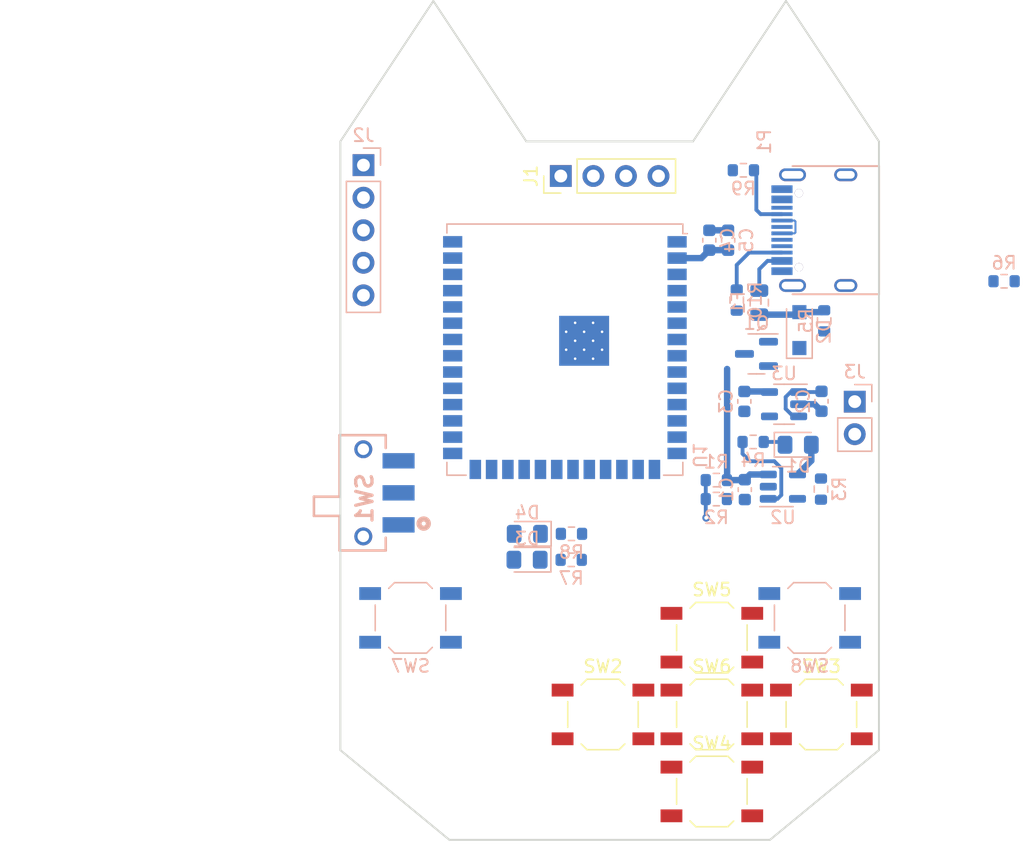
<source format=kicad_pcb>
(kicad_pcb (version 20211014) (generator pcbnew)
  (layers (0 "F.Cu" signal "Top") (31 "B.Cu" signal "Bottom") (34 "B.Paste" user) (35 "F.Paste" user) (36 "B.SilkS" user "B.Silkscreen") (37 "F.SilkS" user "F.Silkscreen") (38 "B.Mask" user) (39 "F.Mask" user) (44 "Edge.Cuts" user))
  (net 0 "")
  (net 1 "+BATT")
  (net 2 "GND")
  (net 3 "Net-(C2-Pad1)")
  (net 4 "+3V3")
  (net 5 "Net-(D1-Pad1)")
  (net 6 "VBUS")
  (net 7 "Net-(D2-Pad1)")
  (net 8 "Net-(D3-Pad1)")
  (net 9 "/LED2")
  (net 10 "Net-(D4-Pad1)")
  (net 11 "/LED1")
  (net 12 "Net-(F1-Pad1)")
  (net 14 "Net-(P1-PadA5)")
  (net 15 "/D-")
  (net 16 "/D+")
  (net 17 "Net-(P1-PadB5)")
  (net 18 "/B_ADC")
  (net 19 "Net-(R3-Pad1)")
  (net 20 "Net-(R4-Pad1)")
  (net 22 "/RIGHT")
  (net 23 "/LEFT")
  (net 24 "/DOWN")
  (net 25 "/UP")
  (net 26 "/SELECT")
  (net 27 "/RST")
  (net 28 "/BOOT")
  (net 30 "/SCL")
  (net 31 "/SDA")
  (net 32 "/TX")
  (net 33 "/RX")
  (net 34 "/D1")
  (footprint "Button_Switch_SMD:SW_SPST_TL3342" (layer "F.Cu") (at 66.98 91.715)
    (fp_text reference "SW2" (at 0 -3.75) (layer "F.SilkS"))
    (fp_text value "RIGHT")
    (fp_line (start -1.25 -2.75) (end 1.25 -2.75) (layer "F.SilkS") (width 0.12))
    (fp_line (start -1.7 -2.3) (end -1.25 -2.75) (layer "F.SilkS") (width 0.12))
    (fp_line (start -2.75 -1) (end -2.75 1) (layer "F.SilkS") (width 0.12))
    (fp_line (start 1.7 -2.3) (end 1.25 -2.75) (layer "F.SilkS") (width 0.12))
    (fp_line (start -1.7 2.3) (end -1.25 2.75) (layer "F.SilkS") (width 0.12))
    (fp_line (start 2.75 -1) (end 2.75 1) (layer "F.SilkS") (width 0.12))
    (fp_line (start -1.25 2.75) (end 1.25 2.75) (layer "F.SilkS") (width 0.12))
    (fp_line (start 1.7 2.3) (end 1.25 2.75) (layer "F.SilkS") (width 0.12))
    (pad "1" smd rect (at 3.15 -1.9) (size 1.7 1) (layers "F.Cu" "F.Paste" "F.Mask") (net 2 "GND"))
    (pad "1" smd rect (at -3.15 -1.9) (size 1.7 1) (layers "F.Cu" "F.Paste" "F.Mask") (net 2 "GND"))
    (pad "2" smd rect (at 3.15 1.9) (size 1.7 1) (layers "F.Cu" "F.Paste" "F.Mask") (net 22 "/RIGHT"))
    (pad "2" smd rect (at -3.15 1.9) (size 1.7 1) (layers "F.Cu" "F.Paste" "F.Mask") (net 22 "/RIGHT"))
  )
  (footprint "Connector_PinHeader_2.54mm:PinHeader_1x04_P2.54mm_Vertical" (layer "F.Cu") (at 63.69 49.7 90)
    (fp_text reference "J1" (at 0 -2.33 90) (layer "F.SilkS"))
    (fp_text value "OLED")
    (fp_line (start 1.33 1.27) (end 1.33 8.95) (layer "F.SilkS") (width 0.12))
    (fp_line (start -1.33 8.95) (end 1.33 8.95) (layer "F.SilkS") (width 0.12))
    (fp_line (start -1.33 1.27) (end 1.33 1.27) (layer "F.SilkS") (width 0.12))
    (fp_line (start -1.33 0) (end -1.33 -1.33) (layer "F.SilkS") (width 0.12))
    (fp_line (start -1.33 1.27) (end -1.33 8.95) (layer "F.SilkS") (width 0.12))
    (fp_line (start -1.33 -1.33) (end 0 -1.33) (layer "F.SilkS") (width 0.12))
    (pad "1" thru_hole rect (at 0 0 90) (size 1.7 1.7) (drill 1) (layers *.Cu *.Mask) (net 4 "+3V3"))
    (pad "2" thru_hole oval (at 0 2.54 90) (size 1.7 1.7) (drill 1) (layers *.Cu *.Mask) (net 2 "GND"))
    (pad "3" thru_hole oval (at 0 5.08 90) (size 1.7 1.7) (drill 1) (layers *.Cu *.Mask) (net 30 "/SCL"))
    (pad "4" thru_hole oval (at 0 7.62 90) (size 1.7 1.7) (drill 1) (layers *.Cu *.Mask) (net 31 "/SDA"))
  )
  (footprint "Button_Switch_SMD:SW_SPST_TL3342" (layer "F.Cu") (at 84.01 91.715)
    (fp_text reference "SW3" (at 0 -3.75) (layer "F.SilkS"))
    (fp_text value "LEFT")
    (fp_line (start 1.7 -2.3) (end 1.25 -2.75) (layer "F.SilkS") (width 0.12))
    (fp_line (start -1.25 2.75) (end 1.25 2.75) (layer "F.SilkS") (width 0.12))
    (fp_line (start -1.7 2.3) (end -1.25 2.75) (layer "F.SilkS") (width 0.12))
    (fp_line (start 1.7 2.3) (end 1.25 2.75) (layer "F.SilkS") (width 0.12))
    (fp_line (start -1.25 -2.75) (end 1.25 -2.75) (layer "F.SilkS") (width 0.12))
    (fp_line (start -2.75 -1) (end -2.75 1) (layer "F.SilkS") (width 0.12))
    (fp_line (start 2.75 -1) (end 2.75 1) (layer "F.SilkS") (width 0.12))
    (fp_line (start -1.7 -2.3) (end -1.25 -2.75) (layer "F.SilkS") (width 0.12))
    (pad "1" smd rect (at 3.15 -1.9) (size 1.7 1) (layers "F.Cu" "F.Paste" "F.Mask") (net 2 "GND"))
    (pad "1" smd rect (at -3.15 -1.9) (size 1.7 1) (layers "F.Cu" "F.Paste" "F.Mask") (net 2 "GND"))
    (pad "2" smd rect (at 3.15 1.9) (size 1.7 1) (layers "F.Cu" "F.Paste" "F.Mask") (net 23 "/LEFT"))
    (pad "2" smd rect (at -3.15 1.9) (size 1.7 1) (layers "F.Cu" "F.Paste" "F.Mask") (net 23 "/LEFT"))
  )
  (footprint "Button_Switch_SMD:SW_SPST_TL3342" (layer "F.Cu") (at 75.47 85.725)
    (fp_text reference "SW5" (at 0 -3.75) (layer "F.SilkS"))
    (fp_text value "UP")
    (fp_line (start 1.7 2.3) (end 1.25 2.75) (layer "F.SilkS") (width 0.12))
    (fp_line (start 1.7 -2.3) (end 1.25 -2.75) (layer "F.SilkS") (width 0.12))
    (fp_line (start -1.7 2.3) (end -1.25 2.75) (layer "F.SilkS") (width 0.12))
    (fp_line (start 2.75 -1) (end 2.75 1) (layer "F.SilkS") (width 0.12))
    (fp_line (start -1.25 2.75) (end 1.25 2.75) (layer "F.SilkS") (width 0.12))
    (fp_line (start -2.75 -1) (end -2.75 1) (layer "F.SilkS") (width 0.12))
    (fp_line (start -1.25 -2.75) (end 1.25 -2.75) (layer "F.SilkS") (width 0.12))
    (fp_line (start -1.7 -2.3) (end -1.25 -2.75) (layer "F.SilkS") (width 0.12))
    (pad "1" smd rect (at 3.15 -1.9) (size 1.7 1) (layers "F.Cu" "F.Paste" "F.Mask") (net 2 "GND"))
    (pad "1" smd rect (at -3.15 -1.9) (size 1.7 1) (layers "F.Cu" "F.Paste" "F.Mask") (net 2 "GND"))
    (pad "2" smd rect (at -3.15 1.9) (size 1.7 1) (layers "F.Cu" "F.Paste" "F.Mask") (net 25 "/UP"))
    (pad "2" smd rect (at 3.15 1.9) (size 1.7 1) (layers "F.Cu" "F.Paste" "F.Mask") (net 25 "/UP"))
  )
  (footprint "Button_Switch_SMD:SW_SPST_TL3342" (layer "F.Cu") (at 75.47 97.725)
    (fp_text reference "SW4" (at 0 -3.75) (layer "F.SilkS"))
    (fp_text value "DOWN")
    (fp_line (start -1.7 -2.3) (end -1.25 -2.75) (layer "F.SilkS") (width 0.12))
    (fp_line (start -1.25 2.75) (end 1.25 2.75) (layer "F.SilkS") (width 0.12))
    (fp_line (start -1.7 2.3) (end -1.25 2.75) (layer "F.SilkS") (width 0.12))
    (fp_line (start 2.75 -1) (end 2.75 1) (layer "F.SilkS") (width 0.12))
    (fp_line (start 1.7 2.3) (end 1.25 2.75) (layer "F.SilkS") (width 0.12))
    (fp_line (start 1.7 -2.3) (end 1.25 -2.75) (layer "F.SilkS") (width 0.12))
    (fp_line (start -1.25 -2.75) (end 1.25 -2.75) (layer "F.SilkS") (width 0.12))
    (fp_line (start -2.75 -1) (end -2.75 1) (layer "F.SilkS") (width 0.12))
    (pad "1" smd rect (at -3.15 -1.9) (size 1.7 1) (layers "F.Cu" "F.Paste" "F.Mask") (net 2 "GND"))
    (pad "1" smd rect (at 3.15 -1.9) (size 1.7 1) (layers "F.Cu" "F.Paste" "F.Mask") (net 2 "GND"))
    (pad "2" smd rect (at 3.15 1.9) (size 1.7 1) (layers "F.Cu" "F.Paste" "F.Mask") (net 24 "/DOWN"))
    (pad "2" smd rect (at -3.15 1.9) (size 1.7 1) (layers "F.Cu" "F.Paste" "F.Mask") (net 24 "/DOWN"))
  )
  (footprint "Button_Switch_SMD:SW_SPST_TL3342" (layer "F.Cu") (at 75.47 91.715)
    (fp_text reference "SW6" (at 0 -3.75) (layer "F.SilkS"))
    (fp_text value "OK")
    (fp_line (start -1.7 2.3) (end -1.25 2.75) (layer "F.SilkS") (width 0.12))
    (fp_line (start -2.75 -1) (end -2.75 1) (layer "F.SilkS") (width 0.12))
    (fp_line (start 1.7 2.3) (end 1.25 2.75) (layer "F.SilkS") (width 0.12))
    (fp_line (start -1.7 -2.3) (end -1.25 -2.75) (layer "F.SilkS") (width 0.12))
    (fp_line (start 1.7 -2.3) (end 1.25 -2.75) (layer "F.SilkS") (width 0.12))
    (fp_line (start -1.25 2.75) (end 1.25 2.75) (layer "F.SilkS") (width 0.12))
    (fp_line (start 2.75 -1) (end 2.75 1) (layer "F.SilkS") (width 0.12))
    (fp_line (start -1.25 -2.75) (end 1.25 -2.75) (layer "F.SilkS") (width 0.12))
    (pad "1" smd rect (at -3.15 -1.9) (size 1.7 1) (layers "F.Cu" "F.Paste" "F.Mask") (net 2 "GND"))
    (pad "1" smd rect (at 3.15 -1.9) (size 1.7 1) (layers "F.Cu" "F.Paste" "F.Mask") (net 2 "GND"))
    (pad "2" smd rect (at -3.15 1.9) (size 1.7 1) (layers "F.Cu" "F.Paste" "F.Mask") (net 26 "/SELECT"))
    (pad "2" smd rect (at 3.15 1.9) (size 1.7 1) (layers "F.Cu" "F.Paste" "F.Mask") (net 26 "/SELECT"))
  )
  (footprint "Fuse:Fuse_0805_2012Metric" (layer "B.Cu") (at 79.17 59.58 -90)
    (fp_text reference "F1" (at 0 1.65 90) (layer "B.SilkS") (effects (justify mirror)))
    (fp_text value "0.5A")
    (fp_line (start -0.258578 0.71) (end 0.258578 0.71) (layer "B.SilkS") (width 0.12))
    (fp_line (start -0.258578 -0.71) (end 0.258578 -0.71) (layer "B.SilkS") (width 0.12))
    (pad "1" smd roundrect (at -0.9375 0 270) (size 0.975 1.4) (layers "B.Cu" "B.Paste" "B.Mask") (net 12 "Net-(F1-Pad1)"))
    (pad "2" smd roundrect (at 0.9375 0 270) (size 0.975 1.4) (layers "B.Cu" "B.Paste" "B.Mask") (net 6 "VBUS"))
  )
  (footprint "Resistor_SMD:R_0603_1608Metric" (layer "B.Cu") (at 83.98 74.13 90)
    (fp_text reference "R3" (at 0 1.43 90) (layer "B.SilkS") (effects (justify mirror)))
    (fp_text value "4K7")
    (fp_line (start -0.237258 -0.5225) (end 0.237258 -0.5225) (layer "B.SilkS") (width 0.12))
    (fp_line (start -0.237258 0.5225) (end 0.237258 0.5225) (layer "B.SilkS") (width 0.12))
    (pad "1" smd roundrect (at -0.825 0 90) (size 0.8 0.95) (layers "B.Cu" "B.Paste" "B.Mask") (net 19 "Net-(R3-Pad1)"))
    (pad "2" smd roundrect (at 0.825 0 90) (size 0.8 0.95) (layers "B.Cu" "B.Paste" "B.Mask") (net 2 "GND"))
  )
  (footprint "Connectors:C393939" (layer "B.Cu") (at 81.7625 53.925 -90)
    (fp_text reference "P1" (at -6.9 2.2 90) (layer "B.SilkS") (effects (justify mirror)))
    (fp_text value "USB_C_Plug_USB2.0")
    (fp_line (start -5 0) (end -5 -6.75) (layer "B.SilkS") (width 0.15))
    (fp_line (start 5 -6.75) (end 5 0) (layer "B.SilkS") (width 0.15))
    (fp_line (start -5 -6.75) (end 5 -6.75) (layer "B.SilkS") (width 0.15))
    (pad "" thru_hole circle locked (at -2.89 -0.5 270) (size 0.65 0.65) (drill 0.65) (layers *.Cu *.Mask))
    (pad "" thru_hole circle locked (at 2.89 -0.5 270) (size 0.65 0.65) (drill 0.65) (layers *.Cu *.Mask))
    (pad "A1" smd rect locked (at 3.2 0.825 270) (size 0.6 1.65) (layers "B.Cu" "B.Paste" "B.Mask") (net 2 "GND"))
    (pad "A1" smd rect locked (at -3.2 0.825 270) (size 0.6 1.65) (layers "B.Cu" "B.Paste" "B.Mask") (net 2 "GND"))
    (pad "A4" smd rect locked (at -2.4 0.825 270) (size 0.6 1.65) (layers "B.Cu" "B.Paste" "B.Mask") (net 12 "Net-(F1-Pad1)"))
    (pad "A4" smd rect locked (at 2.4 0.825 270) (size 0.6 1.65) (layers "B.Cu" "B.Paste" "B.Mask") (net 12 "Net-(F1-Pad1)"))
    (pad "A5" smd rect locked (at -1.25 0.825 270) (size 0.3 1.65) (layers "B.Cu" "B.Paste" "B.Mask") (net 14 "Net-(P1-PadA5)"))
    (pad "A6" smd rect locked (at -0.25 0.825 270) (size 0.3 1.65) (layers "B.Cu" "B.Paste" "B.Mask") (net 16 "/D+"))
    (pad "A6" smd rect locked (at 0.75 0.825 270) (size 0.3 1.65) (layers "B.Cu" "B.Paste" "B.Mask") (net 16 "/D+"))
    (pad "A7" smd rect locked (at 0.25 0.825 270) (size 0.3 1.65) (layers "B.Cu" "B.Paste" "B.Mask") (net 15 "/D-"))
    (pad "A7" smd rect locked (at -0.75 0.825 270) (size 0.3 1.65) (layers "B.Cu" "B.Paste" "B.Mask") (net 15 "/D-"))
    (pad "A8" smd rect locked (at -1.75 0.825 270) (size 0.3 1.65) (layers "B.Cu" "B.Paste" "B.Mask"))
    (pad "B5" smd rect locked (at 1.75 0.825 270) (size 0.3 1.65) (layers "B.Cu" "B.Paste" "B.Mask") (net 17 "Net-(P1-PadB5)"))
    (pad "B8" smd rect locked (at 1.25 0.825 270) (size 0.3 1.65) (layers "B.Cu" "B.Paste" "B.Mask"))
    (pad "S1" thru_hole oval locked (at 4.32 0 270) (size 1 2.1) (drill oval 0.6 1.7) (layers *.Cu *.Mask))
    (pad "S1" thru_hole oval locked (at -4.32 -4.15 270) (size 1 1.8) (drill oval 0.6 1.4) (layers *.Cu *.Mask))
    (pad "S1" thru_hole oval locked (at -4.32 0 270) (size 1 2.1) (drill oval 0.6 1.7) (layers *.Cu *.Mask))
    (pad "S1" thru_hole oval locked (at 4.32 -4.15 270) (size 1 1.8) (drill oval 0.6 1.4) (layers *.Cu *.Mask))
  )
  (footprint "Package_TO_SOT_SMD:SOT-23-5" (layer "B.Cu") (at 81.01 73.94)
    (fp_text reference "U2" (at 0 2.4) (layer "B.SilkS") (effects (justify mirror)))
    (fp_text value "MCP73831-3-OT")
    (fp_line (start 0 -1.56) (end -0.8 -1.56) (layer "B.SilkS") (width 0.12))
    (fp_line (start 0 -1.56) (end 0.8 -1.56) (layer "B.SilkS") (width 0.12))
    (fp_line (start 0 1.56) (end 0.8 1.56) (layer "B.SilkS") (width 0.12))
    (fp_line (start 0 1.56) (end -1.8 1.56) (layer "B.SilkS") (width 0.12))
    (pad "1" smd roundrect (at -1.1375 0.95) (size 1.325 0.6) (layers "B.Cu" "B.Paste" "B.Mask") (net 20 "Net-(R4-Pad1)"))
    (pad "2" smd roundrect (at -1.1375 0) (size 1.325 0.6) (layers "B.Cu" "B.Paste" "B.Mask") (net 2 "GND"))
    (pad "3" smd roundrect (at -1.1375 -0.95) (size 1.325 0.6) (layers "B.Cu" "B.Paste" "B.Mask") (net 1 "+BATT"))
    (pad "4" smd roundrect (at 1.1375 -0.95) (size 1.325 0.6) (layers "B.Cu" "B.Paste" "B.Mask") (net 6 "VBUS"))
    (pad "5" smd roundrect (at 1.1375 0.95) (size 1.325 0.6) (layers "B.Cu" "B.Paste" "B.Mask") (net 19 "Net-(R3-Pad1)"))
  )
  (footprint "Diode_SMD:D_SOD-123F" (layer "B.Cu") (at 82.296 61.722 90)
    (fp_text reference "D2" (at -0.127 1.905 90) (layer "B.SilkS") (effects (justify mirror)))
    (fp_text value "MBR120")
    (fp_line (start -2.2 1) (end -2.2 -1) (layer "B.SilkS") (width 0.12))
    (fp_line (start -2.2 -1) (end 1.65 -1) (layer "B.SilkS") (width 0.12))
    (fp_line (start -2.2 1) (end 1.65 1) (layer "B.SilkS") (width 0.12))
    (pad "1" smd rect (at -1.4 0 90) (size 1.1 1.1) (layers "B.Cu" "B.Paste" "B.Mask") (net 7 "Net-(D2-Pad1)"))
    (pad "2" smd rect (at 1.4 0 90) (size 1.1 1.1) (layers "B.Cu" "B.Paste" "B.Mask") (net 6 "VBUS"))
  )
  (footprint "Capacitor_SMD:C_0603_1608Metric" (layer "B.Cu") (at 78.04 74.17 -90)
    (fp_text reference "C1" (at 0 1.43 90) (layer "B.SilkS") (effects (justify mirror)))
    (fp_text value "10uF")
    (fp_line (start -0.14058 0.51) (end 0.14058 0.51) (layer "B.SilkS") (width 0.12))
    (fp_line (start -0.14058 -0.51) (end 0.14058 -0.51) (layer "B.SilkS") (width 0.12))
    (pad "1" smd roundrect (at -0.775 0 270) (size 0.9 0.95) (layers "B.Cu" "B.Paste" "B.Mask") (net 1 "+BATT"))
    (pad "2" smd roundrect (at 0.775 0 270) (size 0.9 0.95) (layers "B.Cu" "B.Paste" "B.Mask") (net 2 "GND"))
  )
  (footprint "Resistor_SMD:R_0603_1608Metric" (layer "B.Cu") (at 98.26 57.91 180)
    (fp_text reference "R6" (at 0 1.43) (layer "B.SilkS") (effects (justify mirror)))
    (fp_text value "10K")
    (fp_line (start -0.237258 -0.5225) (end 0.237258 -0.5225) (layer "B.SilkS") (width 0.12))
    (fp_line (start -0.237258 0.5225) (end 0.237258 0.5225) (layer "B.SilkS") (width 0.12))
    (pad "1" smd roundrect (at -0.825 0 180) (size 0.8 0.95) (layers "B.Cu" "B.Paste" "B.Mask") (net 4 "+3V3"))
    (pad "2" smd roundrect (at 0.825 0 180) (size 0.8 0.95) (layers "B.Cu" "B.Paste" "B.Mask"))
  )
  (footprint "LED_SMD:LED_0805_2012Metric_Pad1.15x1.40mm_HandSolder" (layer "B.Cu") (at 82.2025 70.67)
    (fp_text reference "D1" (at 0 1.65) (layer "B.SilkS") (effects (justify mirror)))
    (fp_text value "LED")
    (fp_line (start -1.86 -0.96) (end 1 -0.96) (layer "B.SilkS") (width 0.12))
    (fp_line (start -1.86 0.96) (end -1.86 -0.96) (layer "B.SilkS") (width 0.12))
    (fp_line (start 1 0.96) (end -1.86 0.96) (layer "B.SilkS") (width 0.12))
    (pad "1" smd roundrect (at -1.025 0) (size 1.15 1.4) (layers "B.Cu" "B.Paste" "B.Mask") (roundrect_rratio 0.217391) (net 5 "Net-(D1-Pad1)"))
    (pad "2" smd roundrect (at 1.025 0) (size 1.15 1.4) (layers "B.Cu" "B.Paste" "B.Mask") (roundrect_rratio 0.217391) (net 6 "VBUS"))
  )
  (footprint "Resistor_SMD:R_0603_1608Metric" (layer "B.Cu") (at 64.5025 79.65)
    (fp_text reference "R7" (at 0 1.43) (layer "B.SilkS") (effects (justify mirror)))
    (fp_text value "1K")
    (fp_line (start -0.237258 0.5225) (end 0.237258 0.5225) (layer "B.SilkS") (width 0.12))
    (fp_line (start -0.237258 -0.5225) (end 0.237258 -0.5225) (layer "B.SilkS") (width 0.12))
    (pad "1" smd roundrect (at -0.825 0) (size 0.8 0.95) (layers "B.Cu" "B.Paste" "B.Mask") (net 8 "Net-(D3-Pad1)"))
    (pad "2" smd roundrect (at 0.825 0) (size 0.8 0.95) (layers "B.Cu" "B.Paste" "B.Mask") (net 2 "GND"))
  )
  (footprint "Resistor_SMD:R_0603_1608Metric" (layer "B.Cu") (at 77.41 59.38 90)
    (fp_text reference "R10" (at 0 1.43 90) (layer "B.SilkS") (effects (justify mirror)))
    (fp_text value "5k1")
    (fp_line (start -0.237258 -0.5225) (end 0.237258 -0.5225) (layer "B.SilkS") (width 0.12))
    (fp_line (start -0.237258 0.5225) (end 0.237258 0.5225) (layer "B.SilkS") (width 0.12))
    (pad "1" smd roundrect (at -0.825 0 90) (size 0.8 0.95) (layers "B.Cu" "B.Paste" "B.Mask") (net 2 "GND"))
    (pad "2" smd roundrect (at 0.825 0 90) (size 0.8 0.95) (layers "B.Cu" "B.Paste" "B.Mask") (net 17 "Net-(P1-PadB5)"))
  )
  (footprint "Capacitor_SMD:C_0603_1608Metric" (layer "B.Cu") (at 76.74 54.71 90)
    (fp_text reference "C5" (at 0 1.43 90) (layer "B.SilkS") (effects (justify mirror)))
    (fp_text value "100nF")
    (fp_line (start -0.14058 -0.51) (end 0.14058 -0.51) (layer "B.SilkS") (width 0.12))
    (fp_line (start -0.14058 0.51) (end 0.14058 0.51) (layer "B.SilkS") (width 0.12))
    (pad "1" smd roundrect (at -0.775 0 90) (size 0.9 0.95) (layers "B.Cu" "B.Paste" "B.Mask") (net 4 "+3V3"))
    (pad "2" smd roundrect (at 0.775 0 90) (size 0.9 0.95) (layers "B.Cu" "B.Paste" "B.Mask") (net 2 "GND"))
  )
  (footprint "Resistor_SMD:R_0603_1608Metric" (layer "B.Cu") (at 84.23 61 -90)
    (fp_text reference "R5" (at 0 1.43 90) (layer "B.SilkS") (effects (justify mirror)))
    (fp_text value "100K")
    (fp_line (start -0.237258 0.5225) (end 0.237258 0.5225) (layer "B.SilkS") (width 0.12))
    (fp_line (start -0.237258 -0.5225) (end 0.237258 -0.5225) (layer "B.SilkS") (width 0.12))
    (pad "1" smd roundrect (at -0.825 0 270) (size 0.8 0.95) (layers "B.Cu" "B.Paste" "B.Mask") (net 6 "VBUS"))
    (pad "2" smd roundrect (at 0.825 0 270) (size 0.8 0.95) (layers "B.Cu" "B.Paste" "B.Mask") (net 2 "GND"))
  )
  (footprint "Capacitor_SMD:C_0603_1608Metric" (layer "B.Cu") (at 75.27 54.71 90)
    (fp_text reference "C4" (at 0 1.43 90) (layer "B.SilkS") (effects (justify mirror)))
    (fp_text value "22uF")
    (fp_line (start -0.14058 -0.51) (end 0.14058 -0.51) (layer "B.SilkS") (width 0.12))
    (fp_line (start -0.14058 0.51) (end 0.14058 0.51) (layer "B.SilkS") (width 0.12))
    (pad "1" smd roundrect (at -0.775 0 90) (size 0.9 0.95) (layers "B.Cu" "B.Paste" "B.Mask") (net 4 "+3V3"))
    (pad "2" smd roundrect (at 0.775 0 90) (size 0.9 0.95) (layers "B.Cu" "B.Paste" "B.Mask") (net 2 "GND"))
  )
  (footprint "Package_TO_SOT_SMD:SOT-23-5" (layer "B.Cu") (at 81.1025 67.5075 180)
    (fp_text reference "U3" (at 0 2.4) (layer "B.SilkS") (effects (justify mirror)))
    (fp_text value "AP2112K-3.3")
    (fp_line (start 0 -1.56) (end -0.8 -1.56) (layer "B.SilkS") (width 0.12))
    (fp_line (start 0 1.56) (end -1.8 1.56) (layer "B.SilkS") (width 0.12))
    (fp_line (start 0 1.56) (end 0.8 1.56) (layer "B.SilkS") (width 0.12))
    (fp_line (start 0 -1.56) (end 0.8 -1.56) (layer "B.SilkS") (width 0.12))
    (pad "1" smd roundrect (at -1.1375 0.95 180) (size 1.325 0.6) (layers "B.Cu" "B.Paste" "B.Mask") (net 3 "Net-(C2-Pad1)"))
    (pad "2" smd roundrect (at -1.1375 0 180) (size 1.325 0.6) (layers "B.Cu" "B.Paste" "B.Mask") (net 2 "GND"))
    (pad "3" smd roundrect (at -1.1375 -0.95 180) (size 1.325 0.6) (layers "B.Cu" "B.Paste" "B.Mask") (net 3 "Net-(C2-Pad1)"))
    (pad "4" smd roundrect (at 1.1375 -0.95 180) (size 1.325 0.6) (layers "B.Cu" "B.Paste" "B.Mask"))
    (pad "5" smd roundrect (at 1.1375 0.95 180) (size 1.325 0.6) (layers "B.Cu" "B.Paste" "B.Mask") (net 4 "+3V3"))
  )
  (footprint "Button_Switch_SMD:SW_SPST_TL3342" (layer "B.Cu") (at 83.1 84.18)
    (fp_text reference "SW8" (at 0 3.75) (layer "B.SilkS") (effects (justify mirror)))
    (fp_text value "GPIO")
    (fp_line (start -2.75 1) (end -2.75 -1) (layer "B.SilkS") (width 0.12))
    (fp_line (start 1.7 2.3) (end 1.25 2.75) (layer "B.SilkS") (width 0.12))
    (fp_line (start -1.7 -2.3) (end -1.25 -2.75) (layer "B.SilkS") (width 0.12))
    (fp_line (start 2.75 1) (end 2.75 -1) (layer "B.SilkS") (width 0.12))
    (fp_line (start -1.25 -2.75) (end 1.25 -2.75) (layer "B.SilkS") (width 0.12))
    (fp_line (start -1.25 2.75) (end 1.25 2.75) (layer "B.SilkS") (width 0.12))
    (fp_line (start -1.7 2.3) (end -1.25 2.75) (layer "B.SilkS") (width 0.12))
    (fp_line (start 1.7 -2.3) (end 1.25 -2.75) (layer "B.SilkS") (width 0.12))
    (pad "1" smd rect (at 3.15 1.9) (size 1.7 1) (layers "B.Cu" "B.Paste" "B.Mask") (net 2 "GND"))
    (pad "1" smd rect (at -3.15 1.9) (size 1.7 1) (layers "B.Cu" "B.Paste" "B.Mask") (net 2 "GND"))
    (pad "2" smd rect (at -3.15 -1.9) (size 1.7 1) (layers "B.Cu" "B.Paste" "B.Mask") (net 28 "/BOOT"))
    (pad "2" smd rect (at 3.15 -1.9) (size 1.7 1) (layers "B.Cu" "B.Paste" "B.Mask") (net 28 "/BOOT"))
  )
  (footprint "Resistor_SMD:R_0603_1608Metric" (layer "B.Cu") (at 75.82 73.43 180)
    (fp_text reference "R1" (at 0 1.43) (layer "B.SilkS") (effects (justify mirror)))
    (fp_text value "100K")
    (fp_line (start -0.237258 0.5225) (end 0.237258 0.5225) (layer "B.SilkS") (width 0.12))
    (fp_line (start -0.237258 -0.5225) (end 0.237258 -0.5225) (layer "B.SilkS") (width 0.12))
    (pad "1" smd roundrect (at -0.825 0 180) (size 0.8 0.95) (layers "B.Cu" "B.Paste" "B.Mask") (net 1 "+BATT"))
    (pad "2" smd roundrect (at 0.825 0 180) (size 0.8 0.95) (layers "B.Cu" "B.Paste" "B.Mask") (net 18 "/B_ADC"))
  )
  (footprint "Capacitor_SMD:C_0603_1608Metric" (layer "B.Cu") (at 78.0025 67.2875 -90)
    (fp_text reference "C3" (at 0 1.43 90) (layer "B.SilkS") (effects (justify mirror)))
    (fp_text value "10uF")
    (fp_line (start -0.14058 -0.51) (end 0.14058 -0.51) (layer "B.SilkS") (width 0.12))
    (fp_line (start -0.14058 0.51) (end 0.14058 0.51) (layer "B.SilkS") (width 0.12))
    (pad "1" smd roundrect (at -0.775 0 270) (size 0.9 0.95) (layers "B.Cu" "B.Paste" "B.Mask") (net 4 "+3V3"))
    (pad "2" smd roundrect (at 0.775 0 270) (size 0.9 0.95) (layers "B.Cu" "B.Paste" "B.Mask") (net 2 "GND"))
  )
  (footprint "Resistor_SMD:R_0603_1608Metric" (layer "B.Cu") (at 75.82 74.91)
    (fp_text reference "R2" (at 0 1.43) (layer "B.SilkS") (effects (justify mirror)))
    (fp_text value "100K")
    (fp_line (start -0.237258 0.5225) (end 0.237258 0.5225) (layer "B.SilkS") (width 0.12))
    (fp_line (start -0.237258 -0.5225) (end 0.237258 -0.5225) (layer "B.SilkS") (width 0.12))
    (pad "1" smd roundrect (at -0.825 0) (size 0.8 0.95) (layers "B.Cu" "B.Paste" "B.Mask") (net 18 "/B_ADC"))
    (pad "2" smd roundrect (at 0.825 0) (size 0.8 0.95) (layers "B.Cu" "B.Paste" "B.Mask") (net 2 "GND"))
  )
  (footprint "LED_SMD:LED_0805_2012Metric_Pad1.15x1.40mm_HandSolder" (layer "B.Cu") (at 61.0775 77.62 180)
    (fp_text reference "D4" (at 0 1.65) (layer "B.SilkS") (effects (justify mirror)))
    (fp_text value "LED")
    (fp_line (start 1 0.96) (end -1.86 0.96) (layer "B.SilkS") (width 0.12))
    (fp_line (start -1.86 0.96) (end -1.86 -0.96) (layer "B.SilkS") (width 0.12))
    (fp_line (start -1.86 -0.96) (end 1 -0.96) (layer "B.SilkS") (width 0.12))
    (pad "1" smd roundrect (at -1.025 0 180) (size 1.15 1.4) (layers "B.Cu" "B.Paste" "B.Mask") (roundrect_rratio 0.217391) (net 10 "Net-(D4-Pad1)"))
    (pad "2" smd roundrect (at 1.025 0 180) (size 1.15 1.4) (layers "B.Cu" "B.Paste" "B.Mask") (roundrect_rratio 0.217391) (net 11 "/LED1"))
  )
  (footprint "RF_Module:ESP32-S3-WROOM-1U" (layer "B.Cu") (at 64.008 63.246 180)
    (fp_text reference "U1" (at -10.5 -8.25 270 unlocked) (layer "B.SilkS") (effects (justify mirror)))
    (fp_text value "ESP32-S3-WROOM-1U-N16")
    (fp_line (start 9.2 -9.8) (end 7.7 -9.8) (layer "B.SilkS") (width 0.12))
    (fp_line (start 9.2 -9.8) (end 9.2 -8.8) (layer "B.SilkS") (width 0.12))
    (fp_line (start -9.2 9.05) (end -9.55 9.05) (layer "B.SilkS") (width 0.12))
    (fp_line (start 9.2 9.8) (end 9.2 9.1) (layer "B.SilkS") (width 0.12))
    (fp_line (start -9.2 9.8) (end 9.2 9.8) (layer "B.SilkS") (width 0.12))
    (fp_line (start -9.2 9.05) (end -9.2 9.8) (layer "B.SilkS") (width 0.12))
    (fp_line (start -9.2 -8.8) (end -9.2 -9.8) (layer "B.SilkS") (width 0.12))
    (fp_line (start -9.2 -9.8) (end -7.7 -9.8) (layer "B.SilkS") (width 0.12))
    (pad "1" smd rect (at -8.75 8.41 180) (size 1.5 0.9) (layers "B.Cu" "B.Paste" "B.Mask") (net 2 "GND"))
    (pad "2" smd rect (at -8.75 7.14 180) (size 1.5 0.9) (layers "B.Cu" "B.Paste" "B.Mask") (net 4 "+3V3"))
    (pad "3" smd rect (at -8.75 5.87 180) (size 1.5 0.9) (layers "B.Cu" "B.Paste" "B.Mask") (net 27 "/RST"))
    (pad "4" smd rect (at -8.75 4.6 180) (size 1.5 0.9) (layers "B.Cu" "B.Paste" "B.Mask") (net 30 "/SCL"))
    (pad "5" smd rect (at -8.75 3.33 180) (size 1.5 0.9) (layers "B.Cu" "B.Paste" "B.Mask") (net 25 "/UP"))
    (pad "6" smd rect (at -8.75 2.06 180) (size 1.5 0.9) (layers "B.Cu" "B.Paste" "B.Mask") (net 24 "/DOWN"))
    (pad "7" smd rect (at -8.75 0.79 180) (size 1.5 0.9) (layers "B.Cu" "B.Paste" "B.Mask"))
    (pad "8" smd rect (at -8.75 -0.48 180) (size 1.5 0.9) (layers "B.Cu" "B.Paste" "B.Mask"))
    (pad "9" smd rect (at -8.75 -1.75 180) (size 1.5 0.9) (layers "B.Cu" "B.Paste" "B.Mask"))
    (pad "10" smd rect (at -8.75 -3.02 180) (size 1.5 0.9) (layers "B.Cu" "B.Paste" "B.Mask") (net 18 "/B_ADC"))
    (pad "11" smd rect (at -8.75 -4.29 180) (size 1.5 0.9) (layers "B.Cu" "B.Paste" "B.Mask"))
    (pad "12" smd rect (at -8.75 -5.56 180) (size 1.5 0.9) (layers "B.Cu" "B.Paste" "B.Mask"))
    (pad "13" smd rect (at -8.75 -6.83 180) (size 1.5 0.9) (layers "B.Cu" "B.Paste" "B.Mask") (net 15 "/D-"))
    (pad "14" smd rect (at -8.75 -8.1) (size 1.5 0.9) (layers "B.Cu" "B.Paste" "B.Mask") (net 16 "/D+"))
    (pad "15" smd rect (at -6.985 -9.35 270) (size 1.5 0.9) (layers "B.Cu" "B.Paste" "B.Mask") (net 31 "/SDA"))
    (pad "16" smd rect (at -5.715 -9.35 270) (size 1.5 0.9) (layers "B.Cu" "B.Paste" "B.Mask"))
    (pad "17" smd rect (at -4.445 -9.35 270) (size 1.5 0.9) (layers "B.Cu" "B.Paste" "B.Mask") (net 23 "/LEFT"))
    (pad "18" smd rect (at -3.175 -9.35 270) (size 1.5 0.9) (layers "B.Cu" "B.Paste" "B.Mask") (net 22 "/RIGHT"))
    (pad "19" smd rect (at -1.905 -9.35 270) (size 1.5 0.9) (layers "B.Cu" "B.Paste" "B.Mask") (net 34 "/D1"))
    (pad "20" smd rect (at -0.635 -9.35 270) (size 1.5 0.9) (layers "B.Cu" "B.Paste" "B.Mask") (net 11 "/LED1"))
    (pad "21" smd rect (at 0.635 -9.35 270) (size 1.5 0.9) (layers "B.Cu" "B.Paste" "B.Mask") (net 9 "/LED2"))
    (pad "22" smd rect (at 1.905 -9.35 270) (size 1.5 0.9) (layers "B.Cu" "B.Paste" "B.Mask"))
    (pad "23" smd rect (at 3.175 -9.35 270) (size 1.5 0.9) (layers "B.Cu" "B.Paste" "B.Mask"))
    (pad "24" smd rect (at 4.445 -9.35 270) (size 1.5 0.9) (layers "B.Cu" "B.Paste" "B.Mask"))
    (pad "25" smd rect (at 5.715 -9.35 270) (size 1.5 0.9) (layers "B.Cu" "B.Paste" "B.Mask"))
    (pad "26" smd rect (at 6.985 -9.35 270) (size 1.5 0.9) (layers "B.Cu" "B.Paste" "B.Mask"))
    (pad "27" smd rect (at 8.75 -8.1 180) (size 1.5 0.9) (layers "B.Cu" "B.Paste" "B.Mask") (net 28 "/BOOT"))
    (pad "28" smd rect (at 8.75 -6.83 180) (size 1.5 0.9) (layers "B.Cu" "B.Paste" "B.Mask"))
    (pad "29" smd rect (at 8.75 -5.56 180) (size 1.5 0.9) (layers "B.Cu" "B.Paste" "B.Mask"))
    (pad "30" smd rect (at 8.75 -4.29 180) (size 1.5 0.9) (layers "B.Cu" "B.Paste" "B.Mask"))
    (pad "31" smd rect (at 8.75 -3.02 180) (size 1.5 0.9) (layers "B.Cu" "B.Paste" "B.Mask"))
    (pad "32" smd rect (at 8.75 -1.75 180) (size 1.5 0.9) (layers "B.Cu" "B.Paste" "B.Mask"))
    (pad "33" smd rect (at 8.75 -0.48 180) (size 1.5 0.9) (layers "B.Cu" "B.Paste" "B.Mask"))
    (pad "34" smd rect (at 8.75 0.79 180) (size 1.5 0.9) (layers "B.Cu" "B.Paste" "B.Mask"))
    (pad "35" smd rect (at 8.75 2.06 180) (size 1.5 0.9) (layers "B.Cu" "B.Paste" "B.Mask"))
    (pad "36" smd rect (at 8.75 3.33 180) (size 1.5 0.9) (layers "B.Cu" "B.Paste" "B.Mask") (net 33 "/RX"))
    (pad "37" smd rect (at 8.75 4.6 180) (size 1.5 0.9) (layers "B.Cu" "B.Paste" "B.Mask") (net 32 "/TX"))
    (pad "38" smd rect (at 8.75 5.87 180) (size 1.5 0.9) (layers "B.Cu" "B.Paste" "B.Mask"))
    (pad "39" smd rect (at 8.75 7.14 180) (size 1.5 0.9) (layers "B.Cu" "B.Paste" "B.Mask"))
    (pad "40" smd rect (at 8.75 8.41 180) (size 1.5 0.9) (layers "B.Cu" "B.Paste" "B.Mask") (net 2 "GND"))
    (pad "41" thru_hole circle (at -0.8 2.09 180) (size 0.5 0.5) (drill 0.2) (layers *.Cu) (net 2 "GND"))
    (pad "41" thru_hole circle (at -0.8 0.69 180) (size 0.5 0.5) (drill 0.2) (layers *.Cu) (net 2 "GND"))
    (pad "41" thru_hole circle (at -1.5 -0.01 180) (size 0.5 0.5) (drill 0.2) (layers *.Cu) (net 2 "GND"))
    (pad "41" thru_hole circle (at -2.2 -0.71 180) (size 0.5 0.5) (drill 0.2) (layers *.Cu) (net 2 "GND"))
    (pad "41" smd rect (at -1.5 0.69 180) (size 3.9 3.9) (layers "B.Cu") (net 2 "GND"))
    (pad "41" thru_hole circle (at -0.1 -0.01 180) (size 0.5 0.5) (drill 0.2) (layers *.Cu) (net 2 "GND"))
    (pad "41" thru_hole circle (at -2.2 0.69 180) (size 0.5 0.5) (drill 0.2) (layers *.Cu) (net 2 "GND"))
    (pad "41" thru_hole circle (at -0.8 -0.71 180) (size 0.5 0.5) (drill 0.2) (layers *.Cu) (net 2 "GND"))
    (pad "41" thru_hole circle (at -2.2 2.09 180) (size 0.5 0.5) (drill 0.2) (layers *.Cu) (net 2 "GND"))
    (pad "41" thru_hole circle (at -2.9 1.39 180) (size 0.5 0.5) (drill 0.2) (layers *.Cu) (net 2 "GND"))
    (pad "41" thru_hole circle (at -0.1 1.39 180) (size 0.5 0.5) (drill 0.2) (layers *.Cu) (net 2 "GND"))
    (pad "41" thru_hole circle (at -2.9 -0.01 180) (size 0.5 0.5) (drill 0.2) (layers *.Cu) (net 2 "GND"))
    (pad "41" thru_hole circle (at -1.5 1.39 180) (size 0.5 0.5) (drill 0.2) (layers *.Cu) (net 2 "GND"))
  )
  (footprint "Button_Switch_SMD:SW_SPST_TL3342" (layer "B.Cu") (at 51.97 84.18)
    (fp_text reference "SW7" (at 0 3.75) (layer "B.SilkS") (effects (justify mirror)))
    (fp_text value "RESET")
    (fp_line (start -1.7 2.3) (end -1.25 2.75) (layer "B.SilkS") (width 0.12))
    (fp_line (start -1.25 2.75) (end 1.25 2.75) (layer "B.SilkS") (width 0.12))
    (fp_line (start 2.75 1) (end 2.75 -1) (layer "B.SilkS") (width 0.12))
    (fp_line (start -1.25 -2.75) (end 1.25 -2.75) (layer "B.SilkS") (width 0.12))
    (fp_line (start 1.7 2.3) (end 1.25 2.75) (layer "B.SilkS") (width 0.12))
    (fp_line (start -1.7 -2.3) (end -1.25 -2.75) (layer "B.SilkS") (width 0.12))
    (fp_line (start 1.7 -2.3) (end 1.25 -2.75) (layer "B.SilkS") (width 0.12))
    (fp_line (start -2.75 1) (end -2.75 -1) (layer "B.SilkS") (width 0.12))
    (pad "1" smd rect (at -3.15 1.9) (size 1.7 1) (layers "B.Cu" "B.Paste" "B.Mask") (net 2 "GND"))
    (pad "1" smd rect (at 3.15 1.9) (size 1.7 1) (layers "B.Cu" "B.Paste" "B.Mask") (net 2 "GND"))
    (pad "2" smd rect (at -3.15 -1.9) (size 1.7 1) (layers "B.Cu" "B.Paste" "B.Mask") (net 27 "/RST"))
    (pad "2" smd rect (at 3.15 -1.9) (size 1.7 1) (layers "B.Cu" "B.Paste" "B.Mask") (net 27 "/RST"))
  )
  (footprint "Footprint:JS102011SAQN" (layer "B.Cu") (at 50.038 74.422 90)
    (fp_text reference "SW1" (at -0.43 -1.647 90) (layer "B.SilkS") (effects (font (size 1.27 1.27) (thickness 0.254)) (justify mirror)))
    (fp_text value "ON" hide)
    (fp_line (start -1.8 -5.6) (end -0.3 -5.6) (layer "B.SilkS") (width 0.2))
    (fp_line (start -1.8 -3.6) (end -1.8 -5.6) (layer "B.SilkS") (width 0.2))
    (fp_line (start -4.5 0) (end -4.5 -3.6) (layer "B.SilkS") (width 0.2))
    (fp_line (start -4.5 0) (end -3.5 0) (layer "B.SilkS") (width 0.2))
    (fp_line (start 4.5 0) (end 3.5 0) (layer "B.SilkS") (width 0.2))
    (fp_line (start -4.5 -3.6) (end -1.8 -3.6) (layer "B.SilkS") (width 0.2))
    (fp_line (start -0.3 -3.6) (end 4.5 -3.6) (layer "B.SilkS") (width 0.2))
    (fp_line (start 4.5 -3.6) (end 4.5 0) (layer "B.SilkS") (width 0.2))
    (fp_line (start -0.3 -5.6) (end -0.3 -3.6) (layer "B.SilkS") (width 0.2))
    (fp_circle (center -2.399 2.96) (end -2.399 2.79585) (layer "B.SilkS") (width 0.4) (fill none))
    (pad "1" smd rect locked (at -2.5 1 90) (size 1.2 2.5) (layers "B.Cu" "B.Paste" "B.Mask") (net 7 "Net-(D2-Pad1)"))
    (pad "2" smd rect locked (at 0 1 90) (size 1.2 2.5) (layers "B.Cu" "B.Paste" "B.Mask") (net 3 "Net-(C2-Pad1)"))
    (pad "3" smd rect locked (at 2.5 1 90) (size 1.2 2.5) (layers "B.Cu" "B.Paste" "B.Mask"))
    (pad "4" thru_hole circle locked (at -3.4 -1.75 90) (size 1.4 1.4) (drill 0.9) (layers *.Cu *.Mask))
    (pad "5" thru_hole circle locked (at 3.4 -1.75 90) (size 1.4 1.4) (drill 0.9) (layers *.Cu *.Mask))
  )
  (footprint "Resistor_SMD:R_0603_1608Metric" (layer "B.Cu") (at 78.69 70.45)
    (fp_text reference "R4" (at 0 1.43) (layer "B.SilkS") (effects (justify mirror)))
    (fp_text value "1K")
    (fp_line (start -0.237258 -0.5225) (end 0.237258 -0.5225) (layer "B.SilkS") (width 0.12))
    (fp_line (start -0.237258 0.5225) (end 0.237258 0.5225) (layer "B.SilkS") (width 0.12))
    (pad "1" smd roundrect (at -0.825 0) (size 0.8 0.95) (layers "B.Cu" "B.Paste" "B.Mask") (net 20 "Net-(R4-Pad1)"))
    (pad "2" smd roundrect (at 0.825 0) (size 0.8 0.95) (layers "B.Cu" "B.Paste" "B.Mask") (net 5 "Net-(D1-Pad1)"))
  )
  (footprint "Package_TO_SOT_SMD:SOT-23" (layer "B.Cu") (at 78.95 63.58 180)
    (fp_text reference "Q1" (at 0 2.4) (layer "B.SilkS") (effects (justify mirror)))
    (fp_text value "DMG3415U-7")
    (fp_line (start 0 1.56) (end 0.65 1.56) (layer "B.SilkS") (width 0.12))
    (fp_line (start 0 -1.56) (end 0.65 -1.56) (layer "B.SilkS") (width 0.12))
    (fp_line (start 0 1.56) (end -1.675 1.56) (layer "B.SilkS") (width 0.12))
    (fp_line (start 0 -1.56) (end -0.65 -1.56) (layer "B.SilkS") (width 0.12))
    (pad "1" smd roundrect (at -0.9375 0.95 180) (size 1.475 0.6) (layers "B.Cu" "B.Paste" "B.Mask") (net 6 "VBUS"))
    (pad "2" smd roundrect (at -0.9375 -0.95 180) (size 1.475 0.6) (layers "B.Cu" "B.Paste" "B.Mask") (net 7 "Net-(D2-Pad1)"))
    (pad "3" smd roundrect (at 0.9375 0 180) (size 1.475 0.6) (layers "B.Cu" "B.Paste" "B.Mask") (net 1 "+BATT"))
  )
  (footprint "LED_SMD:LED_0805_2012Metric_Pad1.15x1.40mm_HandSolder" (layer "B.Cu") (at 61.0575 79.64 180)
    (fp_text reference "D3" (at 0 1.65) (layer "B.SilkS") (effects (justify mirror)))
    (fp_text value "LED")
    (fp_line (start -1.86 0.96) (end -1.86 -0.96) (layer "B.SilkS") (width 0.12))
    (fp_line (start -1.86 -0.96) (end 1 -0.96) (layer "B.SilkS") (width 0.12))
    (fp_line (start 1 0.96) (end -1.86 0.96) (layer "B.SilkS") (width 0.12))
    (pad "1" smd roundrect (at -1.025 0 180) (size 1.15 1.4) (layers "B.Cu" "B.Paste" "B.Mask") (roundrect_rratio 0.217391) (net 8 "Net-(D3-Pad1)"))
    (pad "2" smd roundrect (at 1.025 0 180) (size 1.15 1.4) (layers "B.Cu" "B.Paste" "B.Mask") (roundrect_rratio 0.217391) (net 9 "/LED2"))
  )
  (footprint "Connector_PinHeader_2.54mm:PinHeader_1x05_P2.54mm_Vertical" (layer "B.Cu") (at 48.3 48.85 180)
    (fp_text reference "J2" (at 0 2.33) (layer "B.SilkS") (effects (justify mirror)))
    (fp_text value "GPS")
    (fp_line (start -1.33 -1.27) (end -1.33 -11.49) (layer "B.SilkS") (width 0.12))
    (fp_line (start -1.33 -11.49) (end 1.33 -11.49) (layer "B.SilkS") (width 0.12))
    (fp_line (start 1.33 -1.27) (end 1.33 -11.49) (layer "B.SilkS") (width 0.12))
    (fp_line (start -1.33 -1.27) (end 1.33 -1.27) (layer "B.SilkS") (width 0.12))
    (fp_line (start -1.33 0) (end -1.33 1.33) (layer "B.SilkS") (width 0.12))
    (fp_line (start -1.33 1.33) (end 0 1.33) (layer "B.SilkS") (width 0.12))
    (pad "1" thru_hole rect (at 0 0 180) (size 1.7 1.7) (drill 1) (layers *.Cu *.Mask) (net 4 "+3V3"))
    (pad "2" thru_hole oval (at 0 -2.54 180) (size 1.7 1.7) (drill 1) (layers *.Cu *.Mask) (net 32 "/TX"))
    (pad "3" thru_hole oval (at 0 -5.08 180) (size 1.7 1.7) (drill 1) (layers *.Cu *.Mask) (net 33 "/RX"))
    (pad "4" thru_hole oval (at 0 -7.62 180) (size 1.7 1.7) (drill 1) (layers *.Cu *.Mask) (net 2 "GND"))
    (pad "5" thru_hole oval (at 0 -10.16 180) (size 1.7 1.7) (drill 1) (layers *.Cu *.Mask) (net 34 "/D1"))
  )
  (footprint "Connector_PinHeader_2.54mm:PinHeader_1x02_P2.54mm_Vertical" (layer "B.Cu") (at 86.614 67.305 180)
    (fp_text reference "J3" (at 0 2.33) (layer "B.SilkS") (effects (justify mirror)))
    (fp_text value "Battery")
    (fp_line (start 1.33 -1.27) (end 1.33 -3.87) (layer "B.SilkS") (width 0.12))
    (fp_line (start -1.33 -1.27) (end -1.33 -3.87) (layer "B.SilkS") (width 0.12))
    (fp_line (start -1.33 0) (end -1.33 1.33) (layer "B.SilkS") (width 0.12))
    (fp_line (start -1.33 -1.27) (end 1.33 -1.27) (layer "B.SilkS") (width 0.12))
    (fp_line (start -1.33 1.33) (end 0 1.33) (layer "B.SilkS") (width 0.12))
    (fp_line (start -1.33 -3.87) (end 1.33 -3.87) (layer "B.SilkS") (width 0.12))
    (pad "1" thru_hole rect (at 0 0 180) (size 1.7 1.7) (drill 1) (layers *.Cu *.Mask) (net 1 "+BATT"))
    (pad "2" thru_hole oval (at 0 -2.54 180) (size 1.7 1.7) (drill 1) (layers *.Cu *.Mask) (net 2 "GND"))
  )
  (footprint "Resistor_SMD:R_0603_1608Metric" (layer "B.Cu") (at 64.5225 77.62)
    (fp_text reference "R8" (at 0 1.43) (layer "B.SilkS") (effects (justify mirror)))
    (fp_text value "1K")
    (fp_line (start -0.237258 -0.5225) (end 0.237258 -0.5225) (layer "B.SilkS") (width 0.12))
    (fp_line (start -0.237258 0.5225) (end 0.237258 0.5225) (layer "B.SilkS") (width 0.12))
    (pad "1" smd roundrect (at -0.825 0) (size 0.8 0.95) (layers "B.Cu" "B.Paste" "B.Mask") (net 10 "Net-(D4-Pad1)"))
    (pad "2" smd roundrect (at 0.825 0) (size 0.8 0.95) (layers "B.Cu" "B.Paste" "B.Mask") (net 2 "GND"))
  )
  (footprint "Capacitor_SMD:C_0603_1608Metric" (layer "B.Cu") (at 84.0225 67.2775 -90)
    (fp_text reference "C2" (at 0 1.43 90) (layer "B.SilkS") (effects (justify mirror)))
    (fp_text value "10uF")
    (fp_line (start -0.14058 0.51) (end 0.14058 0.51) (layer "B.SilkS") (width 0.12))
    (fp_line (start -0.14058 -0.51) (end 0.14058 -0.51) (layer "B.SilkS") (width 0.12))
    (pad "1" smd roundrect (at -0.775 0 270) (size 0.9 0.95) (layers "B.Cu" "B.Paste" "B.Mask") (net 3 "Net-(C2-Pad1)"))
    (pad "2" smd roundrect (at 0.775 0 270) (size 0.9 0.95) (layers "B.Cu" "B.Paste" "B.Mask") (net 2 "GND"))
  )
  (footprint "Resistor_SMD:R_0603_1608Metric" (layer "B.Cu") (at 77.93 49.25)
    (fp_text reference "R9" (at 0 1.43) (layer "B.SilkS") (effects (justify mirror)))
    (fp_text value "5k1")
    (fp_line (start -0.237258 0.5225) (end 0.237258 0.5225) (layer "B.SilkS") (width 0.12))
    (fp_line (start -0.237258 -0.5225) (end 0.237258 -0.5225) (layer "B.SilkS") (width 0.12))
    (pad "1" smd roundrect (at -0.825 0) (size 0.8 0.95) (layers "B.Cu" "B.Paste" "B.Mask") (net 2 "GND"))
    (pad "2" smd roundrect (at 0.825 0) (size 0.8 0.95) (layers "B.Cu" "B.Paste" "B.Mask") (net 14 "Net-(P1-PadA5)"))
  )
  (gr_line (start 55 101.5) (end 80 101.5) (layer "Edge.Cuts") (width 0.15))
  (gr_line (start 81.25 36.04) (end 88.5 47) (layer "Edge.Cuts") (width 0.15))
  (gr_line (start 46.5 47) (end 46.5 94.5) (layer "Edge.Cuts") (width 0.15))
  (gr_line (start 74 47) (end 81.25 36.04) (layer "Edge.Cuts") (width 0.15))
  (gr_line (start 80 101.5) (end 88.5 94.5) (layer "Edge.Cuts") (width 0.15))
  (gr_line (start 46.5 94.5) (end 55 101.5) (layer "Edge.Cuts") (width 0.15))
  (gr_line (start 46.5 47) (end 53.75 36.04) (layer "Edge.Cuts") (width 0.15))
  (gr_line (start 53.75 36.04) (end 61 47) (layer "Edge.Cuts") (width 0.15))
  (gr_line (start 88.5 47) (end 88.5 94.5) (layer "Edge.Cuts") (width 0.15))
  (gr_line (start 61 47) (end 74 47) (layer "Edge.Cuts") (width 0.15))
  (segment (start 76.645 73.43) (end 78.005 73.43) (width 0.5) (layer "B.Cu") (net 1))
  (segment (start 76.66 64.758) (end 76.66 73.415) (width 0.5) (layer "B.Cu") (net 1))
  (segment (start 79.8725 72.99) (end 78.445 72.99) (width 0.5) (layer "B.Cu") (net 1))
  (segment (start 78.445 72.99) (end 78.04 73.395) (width 0.5) (layer "B.Cu") (net 1))
  (segment (start 76.66 73.415) (end 76.645 73.43) (width 0.5) (layer "B.Cu") (net 1))
  (segment (start 78.005 73.43) (end 78.04 73.395) (width 0.5) (layer "B.Cu") (net 1))
  (segment (start 83.4775 67.5075) (end 84.0225 68.0525) (width 0.5) (layer "B.Cu") (net 2))
  (segment (start 82.24 67.5075) (end 83.4775 67.5075) (width 0.5) (layer "B.Cu") (net 2))
  (segment (start 76.74 53.935) (end 75.27 53.935) (width 0.5) (layer "B.Cu") (net 2))
  (segment (start 81.2275 66.9425) (end 81.6125 66.5575) (width 0.3) (layer "B.Cu") (net 3))
  (segment (start 81.6125 66.5575) (end 82.24 66.5575) (width 0.3) (layer "B.Cu") (net 3))
  (segment (start 82.24 68.4575) (end 81.820393 68.4575) (width 0.3) (layer "B.Cu") (net 3))
  (segment (start 81.2275 67.864607) (end 81.2275 66.9425) (width 0.3) (layer "B.Cu") (net 3))
  (segment (start 83.9675 66.5575) (end 84.0225 66.5025) (width 0.3) (layer "B.Cu") (net 3))
  (segment (start 82.24 66.5575) (end 83.9675 66.5575) (width 0.3) (layer "B.Cu") (net 3))
  (segment (start 81.820393 68.4575) (end 81.2275 67.864607) (width 0.3) (layer "B.Cu") (net 3))
  (segment (start 77.9075 66.5125) (end 77.8825 66.5375) (width 0.5) (layer "B.Cu") (net 4))
  (segment (start 78.0025 66.5125) (end 77.9075 66.5125) (width 0.5) (layer "B.Cu") (net 4))
  (segment (start 79.92 66.5125) (end 79.965 66.5575) (width 0.5) (layer "B.Cu") (net 4))
  (segment (start 75.27 55.485) (end 74.649 56.106) (width 0.5) (layer "B.Cu") (net 4))
  (segment (start 76.74 55.485) (end 75.27 55.485) (width 0.5) (layer "B.Cu") (net 4))
  (segment (start 74.649 56.106) (end 72.758 56.106) (width 0.5) (layer "B.Cu") (net 4))
  (segment (start 78.0025 66.5125) (end 79.92 66.5125) (width 0.5) (layer "B.Cu") (net 4))
  (segment (start 79.515 70.45) (end 80.9575 70.45) (width 0.3) (layer "B.Cu") (net 5))
  (segment (start 80.9575 70.45) (end 81.1775 70.67) (width 0.3) (layer "B.Cu") (net 5))
  (segment (start 82.1005 60.5175) (end 82.296 60.322) (width 0.5) (layer "B.Cu") (net 6))
  (segment (start 83.2275 70.67) (end 83.2275 71.91) (width 0.5) (layer "B.Cu") (net 6))
  (segment (start 83.2275 71.91) (end 82.1475 72.99) (width 0.5) (layer "B.Cu") (net 6))
  (segment (start 79.17 60.5175) (end 82.1005 60.5175) (width 0.5) (layer "B.Cu") (net 6))
  (segment (start 84.083 60.322) (end 84.23 60.175) (width 0.5) (layer "B.Cu") (net 6))
  (segment (start 82.296 60.322) (end 84.083 60.322) (width 0.5) (layer "B.Cu") (net 6))
  (segment (start 63.6675 79.64) (end 63.6775 79.65) (width 0.2) (layer "B.Cu") (net 8))
  (segment (start 79.17 56.9675) (end 79.8125 56.325) (width 0.3) (layer "B.Cu") (net 12))
  (segment (start 79.17 58.6425) (end 79.17 56.9675) (width 0.3) (layer "B.Cu") (net 12))
  (segment (start 79.8125 56.325) (end 80.9375 56.325) (width 0.3) (layer "B.Cu") (net 12))
  (segment (start 79.275 52.675) (end 80.9375 52.675) (width 0.3) (layer "B.Cu") (net 14))
  (segment (start 78.94 49.435) (end 78.94 52.34) (width 0.3) (layer "B.Cu") (net 14))
  (segment (start 78.94 52.34) (end 79.275 52.675) (width 0.3) (layer "B.Cu") (net 14))
  (segment (start 78.755 49.25) (end 78.94 49.435) (width 0.3) (layer "B.Cu") (net 14))
  (segment (start 81.9149 53.175) (end 81.9911 53.2512) (width 0.1524) (layer "B.Cu") (net 15))
  (segment (start 81.9149 54.175) (end 80.9375 54.175) (width 0.1524) (layer "B.Cu") (net 15))
  (segment (start 81.9911 54.0988) (end 81.9149 54.175) (width 0.1524) (layer "B.Cu") (net 15))
  (segment (start 80.9375 53.175) (end 81.9149 53.175) (width 0.1524) (layer "B.Cu") (net 15))
  (segment (start 81.9911 53.2512) (end 81.9911 54.0988) (width 0.1524) (layer "B.Cu") (net 15))
  (segment (start 77.41 58.555) (end 77.41 56.64) (width 0.3) (layer "B.Cu") (net 17))
  (segment (start 78.375 55.675) (end 80.9375 55.675) (width 0.3) (layer "B.Cu") (net 17))
  (segment (start 77.41 56.64) (end 78.375 55.675) (width 0.3) (layer "B.Cu") (net 17))
  (via (at 75.03 76.37) (size 0.6) (drill 0.3) (layers "F.Cu" "B.Cu") (net 18))
  (segment (start 74.995 76.335) (end 75.03 76.37) (width 0.3) (layer "B.Cu") (net 18))
  (segment (start 74.995 74.91) (end 74.995 73.43) (width 0.3) (layer "B.Cu") (net 18))
  (segment (start 74.995 74.91) (end 74.995 76.335) (width 0.3) (layer "B.Cu") (net 18))
  (segment (start 77.865 70.45) (end 77.865 71.375) (width 0.3) (layer "B.Cu") (net 20))
  (segment (start 80.885 74.595) (end 80.59 74.89) (width 0.3) (layer "B.Cu") (net 20))
  (segment (start 80.59 74.89) (end 79.8725 74.89) (width 0.3) (layer "B.Cu") (net 20))
  (segment (start 80.34 71.96) (end 80.885 72.505) (width 0.3) (layer "B.Cu") (net 20))
  (segment (start 80.885 72.505) (end 80.885 74.595) (width 0.3) (layer "B.Cu") (net 20))
  (segment (start 78.45 71.96) (end 80.34 71.96) (width 0.3) (layer "B.Cu") (net 20))
  (segment (start 77.865 71.375) (end 78.45 71.96) (width 0.3) (layer "B.Cu") (net 20))
)
</source>
